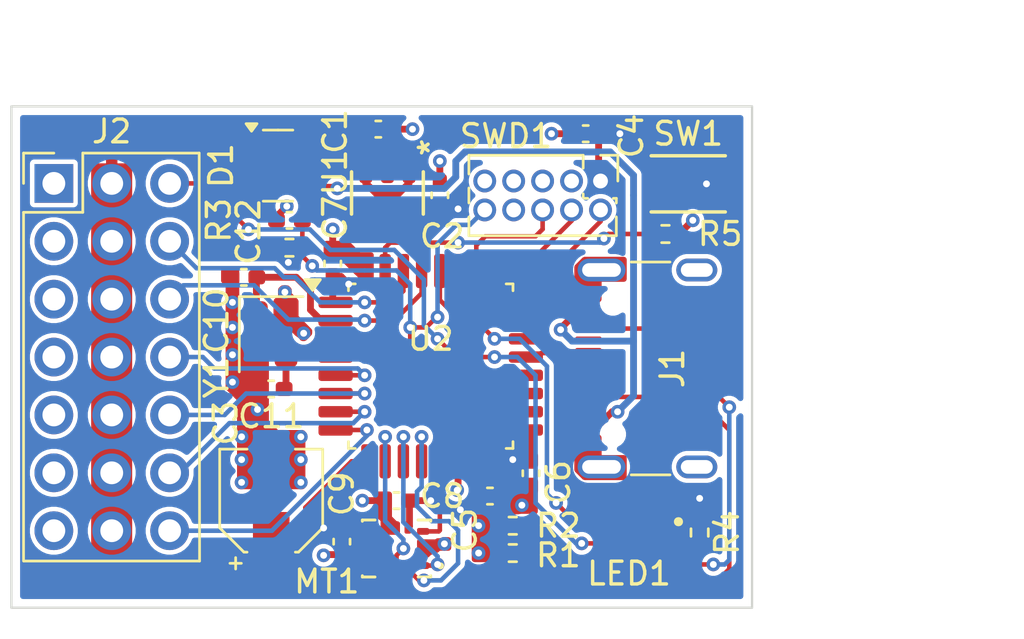
<source format=kicad_pcb>
(kicad_pcb (version 20241229) (generator "pcbnew") (generator_version "9.0")
  (layers (0 "F.Cu" signal) (4 "In1.Cu" signal) (6 "In2.Cu" signal) (2 "B.Cu" signal) (13 "F.Paste" user) (15 "B.Paste" user) (5 "F.SilkS" user "F.Silkscreen") (7 "B.SilkS" user "B.Silkscreen") (1 "F.Mask" user) (3 "B.Mask" user) (25 "Edge.Cuts" user))
  (net 0 "")
  (net 1 "+3.3V")
  (net 2 "GND")
  (net 3 "V_ESC")
  (net 4 "Net-(D1-K)")
  (net 5 "N_RESET")
  (net 6 "Net-(U2-PF0)")
  (net 7 "Net-(U2-PF1)")
  (net 8 "CRSF_RX_To_MCU")
  (net 10 "Net-(J1-CC1)")
  (net 11 "USB_D-")
  (net 12 "Net-(J1-CC2)")
  (net 13 "USB_D+")
  (net 15 "CH2_PWM")
  (net 16 "CH4_PWM")
  (net 17 "CH6_PWM")
  (net 18 "CH5_PWM")
  (net 19 "CH1_PWM")
  (net 20 "CH3_PWM")
  (net 21 "Net-(MT1-AP_CS)")
  (net 22 "IMU_INT")
  (net 23 "Net-(MT1-AP_SDA{slash}AP_SDIO{slash}AP_SDI)")
  (net 24 "Net-(MT1-AP_SCL{slash}AP_SCLK)")
  (net 25 "Net-(MT1-AP_SDO{slash}AP_AD0)")
  (net 27 "Net-(SW1-A)")
  (net 28 "Net-(LED1-A2)")
  (net 29 "STATUS_LED_BLUE")
  (net 30 "STATUS_LED_RED")
  (net 31 "SWD_CLK")
  (net 33 "SWD_SWO")
  (net 34 "SWD_DIO")
  (net 39 "Net-(D1-A-Pad2)")
  (footprint "Resistor_SMD:R_0402_1005Metric_Pad0.72x0.64mm_HandSolder" (layer "F.Cu") (at 150.2 96.2 -90)
    (property "Reference" "R4")
    (property "Value" "68")
  )
  (footprint "Capacitor_SMD:C_0402_1005Metric_Pad0.74x0.62mm_HandSolder" (layer "F.Cu") (at 130.2 85 180)
    (property "Reference" "C10")
    (property "Value" "10p")
  )
  (footprint "Capacitor_SMD:C_0402_1005Metric_Pad0.74x0.62mm_HandSolder" (layer "F.Cu") (at 132.2 82.5 180)
    (property "Reference" "C12")
    (property "Value" "0.1u")
  )
  (footprint "Capacitor_SMD:C_0402_1005Metric_Pad0.74x0.62mm_HandSolder" (layer "F.Cu") (at 136.1 78.5)
    (property "Reference" "C1")
    (property "Value" "0.1u")
  )
  (footprint "Capacitor_SMD:C_0402_1005Metric_Pad0.74x0.62mm_HandSolder" (layer "F.Cu") (at 142.8 93.6 -90)
    (property "Reference" "C6")
    (property "Value" "0.1u")
  )
  (footprint "Capacitor_SMD:C_0402_1005Metric_Pad0.74x0.62mm_HandSolder" (layer "F.Cu") (at 131.4 89.9 180)
    (property "Reference" "C11")
    (property "Value" "10p")
  )
  (footprint "LED_SMD_Custom:LED_APHBM2012QBDSURKC" (layer "F.Cu") (at 147.1 96.2)
    (property "Reference" "LED1")
    (property "Value" "LED_Dual_AKKA")
  )
  (footprint "Crystal_Custom:Crystal_SMD_ECS_ECX_2236-4Pin_2.5x2.0mm" (layer "F.Cu") (at 131.4 87.5 -90)
    (property "Reference" "Y1")
    (property "Value" "Crystal_GND24")
  )
  (footprint "Connector_PinHeader_1.27mm:PinHeader_2x05_P1.27mm_Vertical" (layer "F.Cu") (at 145.85 80.775 -90)
    (property "Reference" "SWD1")
    (property "Value" "Conn_02x05_Odd_Even")
  )
  (footprint "Capacitor_SMD:C_0402_1005Metric_Pad0.74x0.62mm_HandSolder" (layer "F.Cu") (at 134.1 84.4 90)
    (property "Reference" "C7")
    (property "Value" "0.1u")
  )
  (footprint "Connector_PinHeader_2.54mm_Custom:PinHeader_3x07_P2.54mm_Vertical" (layer "F.Cu") (at 121.863 80.88)
    (property "Reference" "J2")
    (property "Value" "Conn_01x21")
  )
  (footprint "Button_Switch_SMD_Custom:R-667995_MIT" (layer "F.Cu") (at 149.7 80.9)
    (property "Reference" "SW1")
    (property "Value" "SW_SPST")
  )
  (footprint "Capacitor_SMD:C_0402_1005Metric_Pad0.74x0.62mm_HandSolder" (layer "F.Cu") (at 141 94.6)
    (property "Reference" "C5")
    (property "Value" "0.1u")
  )
  (footprint "Capacitor_SMD:C_0402_1005Metric_Pad0.74x0.62mm_HandSolder" (layer "F.Cu") (at 145.2 78.7 180)
    (property "Reference" "C4")
    (property "Value" "1u")
  )
  (footprint "Package_QFP:LQFP-32_7x7mm_P0.8mm" (layer "F.Cu") (at 138.4 88.9)
    (property "Reference" "U2")
    (property "Value" "STM32G431KBTx")
  )
  (footprint "Capacitor_SMD:C_0402_1005Metric_Pad0.74x0.62mm_HandSolder" (layer "F.Cu") (at 138.8 81.4 90)
    (property "Reference" "C2")
    (property "Value" "1u")
  )
  (footprint "Resistor_SMD:R_0402_1005Metric_Pad0.72x0.64mm_HandSolder" (layer "F.Cu") (at 142 97.1 180)
    (property "Reference" "R1")
    (property "Value" "5k1")
  )
  (footprint "Resistor_SMD:R_0402_1005Metric_Pad0.72x0.64mm_HandSolder" (layer "F.Cu") (at 142 95.9 180)
    (property "Reference" "R2")
    (property "Value" "5k1")
  )
  (footprint "Package_TO_SOT_SMD_Custom:SOT-25 SMV_TOS" (layer "F.Cu") (at 136.5 81.3 -90)
    (property "Reference" "U1")
    (property "Value" "TCR2EF33_LMCT")
  )
  (footprint "Connector_USB:USB_C_Receptacle_GCT_USB4105-xx-A_16P_TopMnt_Horizontal" (layer "F.Cu") (at 149 89 90)
    (property "Reference" "J1")
    (property "Value" "USB_C_Receptacle_USB2.0_16P")
  )
  (footprint "Package_LGA_Custom:XDCR_ICM-42605" (layer "F.Cu") (at 136.9 96.9 180)
    (property "Reference" "MT1")
    (property "Value" "ICM-42605")
  )
  (footprint "Resistor_SMD:R_0402_1005Metric_Pad0.72x0.64mm_HandSolder" (layer "F.Cu") (at 148.7 83.1)
    (property "Reference" "R5")
    (property "Value" "10k")
  )
  (footprint "Capacitor_SMD:C_0402_1005Metric_Pad0.74x0.62mm_HandSolder" (layer "F.Cu") (at 134.5 96.6 -90)
    (property "Reference" "C9")
    (property "Value" "0.1u")
  )
  (footprint "Resistor_SMD:R_0402_1005Metric_Pad0.72x0.64mm_HandSolder" (layer "F.Cu") (at 132.2 83.7)
    (property "Reference" "R3")
    (property "Value" "10k")
  )
  (footprint "Package_TO_SOT_SMD:SOT-23" (layer "F.Cu") (at 131.7 80.1)
    (property "Reference" "D1")
    (property "Value" "PMEG2005CT,215")
  )
  (footprint "Capacitor_SMD:C_0402_1005Metric_Pad0.74x0.62mm_HandSolder" (layer "F.Cu") (at 136.9 94.8 180)
    (property "Reference" "C8")
    (property "Value" "0.1u")
  )
  (footprint "Capacitor_SMD:CP_Elec_4x5.4" (layer "F.Cu") (at 131.4 94.8 90)
    (property "Reference" "C3")
    (property "Value" "22u")
  )
  (gr_rect (start 120 77.5) (end 152.5 99.5) (stroke (width 0.1)) (fill no) (layer "Edge.Cuts"))
  (segment (start 135.0825 96.0325) (end 135.2 96.15) (width 0.3) (layer "F.Cu") (net 1))
  (segment (start 148 95.725) (end 149.075 95.725) (width 0.3) (layer "F.Cu") (net 1))
  (segment (start 139.8325 95.2) (end 140.4325 94.6) (width 0.3) (layer "F.Cu") (net 1))
  (segment (start 145.7675 78.7) (end 145.7675 80.6925) (width 0.3) (layer "F.Cu") (net 1))
  (segment (start 145.7675 78.7) (end 146.7 78.7) (width 0.3) (layer "F.Cu") (net 1))
  (segment (start 134.1 84.9675) (end 134.1 85.975) (width 0.3) (layer "F.Cu") (net 1))
  (segment (start 131.6025 83.798973) (end 132.151764 84.348236) (width 0.3) (layer "F.Cu") (net 1))
  (segment (start 134.5 96.0325) (end 133.7325 96.0325) (width 0.3) (layer "F.Cu") (net 1))
  (segment (start 135.2 96.15) (end 135.7375 96.15) (width 0.3) (layer "F.Cu") (net 1))
  (segment (start 142.0325 93.0325) (end 142 93) (width 0.3) (layer "F.Cu") (net 1))
  (segment (start 138.8 81.9675) (end 139.5675 81.9675) (width 0.3) (layer "F.Cu") (net 1))
  (segment (start 139.5675 81.9675) (end 139.6 82) (width 0.3) (layer "F.Cu") (net 1))
  (segment (start 137.450001 82.4444) (end 137.9556 82.4444) (width 0.3) (layer "F.Cu") (net 1))
  (segment (start 140.4325 93.1075) (end 140.4325 94.6) (width 0.3) (layer "F.Cu") (net 1))
  (segment (start 134.5 96.0325) (end 135.0825 96.0325) (width 0.3) (layer "F.Cu") (net 1))
  (segment (start 151.3 80.9) (end 150.5 80.9) (width 0.3) (layer "F.Cu") (net 1))
  (segment (start 142.8 93.0325) (end 142.0325 93.0325) (width 0.3) (layer "F.Cu") (net 1))
  (segment (start 145.7675 80.6925) (end 145.85 80.775) (width 0.3) (layer "F.Cu") (net 1))
  (segment (start 137.4675 94.8) (end 138.4 94.8) (width 0.3) (layer "F.Cu") (net 1))
  (segment (start 149.1975 95.6025) (end 150.2 95.6025) (width 0.3) (layer "F.Cu") (net 1))
  (segment (start 131.6025 83.7) (end 131.6025 83.798973) (width 0.3) (layer "F.Cu") (net 1))
  (segment (start 142.8 91.925) (end 142.575 91.7) (width 0.3) (layer "F.Cu") (net 1))
  (segment (start 139.7 95.2) (end 139.8325 95.2) (width 0.3) (layer "F.Cu") (net 1))
  (segment (start 149.075 95.725) (end 149.1975 95.6025) (width 0.3) (layer "F.Cu") (net 1))
  (segment (start 142.8 93.0325) (end 142.8 91.925) (width 0.3) (layer "F.Cu") (net 1))
  (segment (start 134.1 84.9675) (end 134.4675 84.9675) (width 0.3) (layer "F.Cu") (net 1))
  (segment (start 133.7325 96.0325) (end 133.7 96) (width 0.3) (layer "F.Cu") (net 1))
  (segment (start 140.4 93.075) (end 140.4325 93.1075) (width 0.3) (layer "F.Cu") (net 1))
  (segment (start 137.4675 94.8) (end 137.4675 95.92) (width 0.3) (layer "F.Cu") (net 1))
  (segment (start 137.4675 95.92) (end 137.4 95.9875) (width 0.3) (layer "F.Cu") (net 1))
  (segment (start 150.2 95.6025) (end 150.2 94.7) (width 0.3) (layer "F.Cu") (net 1))
  (segment (start 138.4325 81.9675) (end 138.8 81.9675) (width 0.3) (layer "F.Cu") (net 1))
  (segment (start 134.1 85.975) (end 134.225 86.1) (width 0.3) (layer "F.Cu") (net 1))
  (segment (start 134.4675 84.9675) (end 134.8 85.3) (width 0.3) (layer "F.Cu") (net 1))
  (segment (start 137.9556 82.4444) (end 138.4325 81.9675) (width 0.3) (layer "F.Cu") (net 1))
  (segment (start 132.151764 84.348236) (end 132.153527 84.35) (width 0.3) (layer "F.Cu") (net 1))
  (via (at 142 93) (size 0.6) (drill 0.3) (layers "F.Cu" "B.Cu") (net 1))
  (via (at 139.7 95.2) (size 0.6) (drill 0.3) (layers "F.Cu" "B.Cu") (net 1))
  (via (at 134.8 85.3) (size 0.6) (drill 0.3) (layers "F.Cu" "B.Cu") (net 1))
  (via (at 133.7 96) (size 0.6) (drill 0.3) (layers "F.Cu" "B.Cu") (net 1))
  (via (at 146.7 78.7) (size 0.6) (drill 0.3) (layers "F.Cu" "B.Cu") (net 1))
  (via (at 139.6 82) (size 0.6) (drill 0.3) (layers "F.Cu" "B.Cu") (net 1))
  (via (at 138.4 94.8) (size 0.6) (drill 0.3) (layers "F.Cu" "B.Cu") (net 1))
  (via (at 150.2 94.7) (size 0.6) (drill 0.3) (layers "F.Cu" "B.Cu") (net 1))
  (via (at 132.151764 84.348236) (size 0.6) (drill 0.3) (layers "F.Cu" "B.Cu") (net 1))
  (via (at 150.5 80.9) (size 0.6) (drill 0.3) (layers "F.Cu" "B.Cu") (net 1))
  (segment (start 136.6675 79.0325) (end 136.5 79.2) (width 0.3) (layer "F.Cu") (net 2))
  (segment (start 136.6675 78.5) (end 137.6 78.5) (width 0.3) (layer "F.Cu") (net 2))
  (segment (start 149.3 83.1) (end 149.9 82.5) (width 0.3) (layer "F.Cu") (net 2))
  (segment (start 149.2975 83.1) (end 149.3 83.1) (width 0.3) (layer "F.Cu") (net 2))
  (segment (start 134.5 97.1675) (end 133.7325 97.1675) (width 0.3) (layer "F.Cu") (net 2))
  (segment (start 136.3325 94.8) (end 135.4 94.8) (width 0.3) (layer "F.Cu") (net 2))
  (segment (start 131.6325 82.336954) (end 132.085103 81.884351) (width 0.3) (layer "F.Cu") (net 2))
  (segment (start 144.6325 78.7) (end 143.7 78.7) (width 0.3) (layer "F.Cu") (net 2))
  (segment (start 139.6 93.075) (end 139.6 94.300751) (width 0.3) (layer "F.Cu") (net 2))
  (segment (start 134.1 83.8325) (end 134.1 82.9) (width 0.3) (layer "F.Cu") (net 2))
  (segment (start 131.6325 82.5) (end 131.6325 82.336954) (width 0.3) (layer "F.Cu") (net 2))
  (segment (start 139.6 94.300751) (end 139.562133 94.338618) (width 0.3) (layer "F.Cu") (net 2))
  (segment (start 136.6675 78.5) (end 136.6675 79.0325) (width 0.3) (layer "F.Cu") (net 2))
  (segment (start 133.7325 97.1675) (end 133.7 97.2) (width 0.3) (layer "F.Cu") (net 2))
  (segment (start 136.5 79.2) (end 136.5 80.1556) (width 0.3) (layer "F.Cu") (net 2))
  (segment (start 138.8 80.8325) (end 138.8 79.9) (width 0.3) (layer "F.Cu") (net 2))
  (via (at 133.7 97.2) (size 0.6) (drill 0.3) (layers "F.Cu" "B.Cu") (net 2))
  (via (at 140.5 97.1) (size 0.6) (drill 0.3) (layers "F.Cu" "B.Cu") (net 2))
  (via (at 129.7 89.6) (size 0.6) (drill 0.3) (layers "F.Cu" "B.Cu") (net 2))
  (via (at 137.6 78.5) (size 0.6) (drill 0.3) (layers "F.Cu" "B.Cu") (net 2))
  (via (at 132.7 93) (size 0.6) (drill 0.3) (layers "F.Cu" "B.Cu") (net 2))
  (via (at 134.1 82.9) (size 0.6) (drill 0.3) (layers "F.Cu" "B.Cu") (net 2))
  (via (at 132.7 94) (size 0.6) (drill 0.3) (layers "F.Cu" "B.Cu") (net 2))
  (via (at 149.9 82.5) (size 0.6) (drill 0.3) (layers "F.Cu" "B.Cu") (net 2))
  (via (at 129.7 88.4) (size 0.6) (drill 0.3) (layers "F.Cu" "B.Cu") (net 2))
  (via (at 130.8 90.8) (size 0.6) (drill 0.3) (layers "F.Cu" "B.Cu") (net 2))
  (via (at 129.7 87.2) (size 0.6) (drill 0.3) (layers "F.Cu" "B.Cu") (net 2))
  (via (at 130.1 92) (size 0.6) (drill 0.3) (layers "F.Cu" "B.Cu") (net 2))
  (via (at 130.1 94) (size 0.6) (drill 0.3) (layers "F.Cu" "B.Cu") (net 2))
  (via (at 135.4 94.8) (size 0.6) (drill 0.3) (layers "F.Cu" "B.Cu") (net 2))
  (via (at 140.5 95.9) (size 0.6) (drill 0.3) (layers "F.Cu" "B.Cu") (net 2))
  (via (at 132.7 92) (size 0.6) (drill 0.3) (layers "F.Cu" "B.Cu") (net 2))
  (via (at 139.562133 94.338618) (size 0.6) (drill 0.3) (layers "F.Cu" "B.Cu") (net 2))
  (via (at 129.7 86.1) (size 0.6) (drill 0.3) (layers "F.Cu" "B.Cu") (net 2))
  (via (at 143.7 78.7) (size 0.6) (drill 0.3) (layers "F.Cu" "B.Cu") (net 2))
  (via (at 142.4 95) (size 0.6) (drill 0.3) (layers "F.Cu" "B.Cu") (net 2))
  (via (at 139.000001 96.695436) (size 0.6) (drill 0.3) (layers "F.Cu" "B.Cu") (net 2))
  (via (at 138.8 79.9) (size 0.6) (drill 0.3) (layers "F.Cu" "B.Cu") (net 2))
  (via (at 132.824151 87.456609) (size 0.6) (drill 0.3) (layers "F.Cu" "B.Cu") (net 2))
  (via (at 130.1 93) (size 0.6) (drill 0.3) (layers "F.Cu" "B.Cu") (net 2))
  (via (at 132 85.65) (size 0.6) (drill 0.3) (layers "F.Cu" "B.Cu") (net 2))
  (via (at 132.085103 81.884351) (size 0.6) (drill 0.3) (layers "F.Cu" "B.Cu") (net 2))
  (segment (start 124.403 79.597) (end 124.403 80.88) (width 0.5) (layer "F.Cu") (net 3))
  (segment (start 124.85 79.15) (end 124.403 79.597) (width 0.5) (layer "F.Cu") (net 3))
  (segment (start 130.7625 79.15) (end 124.85 79.15) (width 0.5) (layer "F.Cu") (net 3))
  (segment (start 135.494399 80.1) (end 135.549999 80.1556) (width 0.3) (layer "F.Cu") (net 4))
  (segment (start 137.450001 80.1556) (end 137.450001 80.8668) (width 0.3) (layer "F.Cu") (net 4))
  (segment (start 135.5325 78.5) (end 135.5325 80.138101) (width 0.3) (layer "F.Cu") (net 4))
  (segment (start 132.6375 80.1) (end 135.494399 80.1) (width 0.3) (layer "F.Cu") (net 4))
  (segment (start 135.549999 80.866799) (end 135.549999 80.1556) (width 0.3) (layer "F.Cu") (net 4))
  (segment (start 136.999001 81.3178) (end 136.001 81.3178) (width 0.3) (layer "F.Cu") (net 4))
  (segment (start 135.5325 80.138101) (end 135.549999 80.1556) (width 0.3) (layer "F.Cu") (net 4))
  (segment (start 137.450001 80.8668) (end 136.999001 81.3178) (width 0.3) (layer "F.Cu") (net 4))
  (segment (start 136.001 81.3178) (end 135.549999 80.866799) (width 0.3) (layer "F.Cu") (net 4))
  (segment (start 132.7975 84.0975) (end 133.2 84.5) (width 0.2) (layer "F.Cu") (net 5))
  (segment (start 132.7675 82.5) (end 132.7675 83.67) (width 0.2) (layer "F.Cu") (net 5))
  (segment (start 137.5 87.2) (end 137.5 88) (width 0.2) (layer "F.Cu") (net 5))
  (segment (start 138.651473 86.748527) (end 138.2 87.2) (width 0.2) (layer "F.Cu") (net 5))
  (segment (start 132.8675 83.87) (end 132.8975 83.9) (width 0.2) (layer "F.Cu") (net 5))
  (segment (start 137 88.5) (end 134.225 88.5) (width 0.2) (layer "F.Cu") (net 5))
  (segment (start 138.2 87.2) (end 137.5 87.2) (width 0.2) (layer "F.Cu") (net 5))
  (segment (start 138.7 86.748527) (end 138.651473 86.748527) (width 0.2) (layer "F.Cu") (net 5))
  (segment (start 137.5 88) (end 137 88.5) (width 0.2) (layer "F.Cu") (net 5))
  (segment (start 132.7975 83.7) (end 132.7975 84.0975) (width 0.2) (layer "F.Cu") (net 5))
  (via (at 133.2 84.5) (size 0.6) (drill 0.3) (layers "F.Cu" "B.Cu") (net 5))
  (via (at 138.7 86.748527) (size 0.6) (drill 0.3) (layers "F.Cu" "B.Cu") (net 5))
  (via (at 137.5 87.2) (size 0.6) (drill 0.3) (layers "F.Cu" "B.Cu") (net 5))
  (segment (start 137.5 85.3) (end 137.5 87.2) (width 0.2) (layer "B.Cu") (net 5))
  (segment (start 136.9 84.7) (end 137.4 85.2) (width 0.2) (layer "B.Cu") (net 5))
  (segment (start 137.4 85.2) (end 137.5 85.3) (width 0.2) (layer "B.Cu") (net 5))
  (segment (start 133.4 84.7) (end 135.5 84.7) (width 0.2) (layer "B.Cu") (net 5))
  (segment (start 139.525057 82.7) (end 138.7 83.525057) (width 0.2) (layer "B.Cu") (net 5))
  (segment (start 135.5 84.7) (end 136.9 84.7) (width 0.2) (layer "B.Cu") (net 5))
  (segment (start 138.7 83.525057) (end 138.7 86.748527) (width 0.2) (layer "B.Cu") (net 5))
  (segment (start 140.77 82.045) (end 140.115 82.7) (width 0.2) (layer "B.Cu") (net 5))
  (segment (start 139.6 82.7) (end 139.525057 82.7) (width 0.2) (layer "B.Cu") (net 5))
  (segment (start 140.115 82.7) (end 139.6 82.7) (width 0.2) (layer "B.Cu") (net 5))
  (segment (start 133.2 84.5) (end 133.4 84.7) (width 0.2) (layer "B.Cu") (net 5))
  (segment (start 132.5 85) (end 133.124 85.624) (width 0.3) (layer "F.Cu") (net 6))
  (segment (start 130.75 86.65) (end 130.75 85.0175) (width 0.3) (layer "F.Cu") (net 6))
  (segment (start 133.124 86.42563) (end 133.59837 86.9) (width 0.3) (layer "F.Cu") (net 6))
  (segment (start 133.124 85.624) (end 133.124 86.42563) (width 0.3) (layer "F.Cu") (net 6))
  (segment (start 130.75 85.0175) (end 130.7675 85) (width 0.3) (layer "F.Cu") (net 6))
  (segment (start 130.7675 85) (end 132.5 85) (width 0.3) (layer "F.Cu") (net 6))
  (segment (start 133.59837 86.9) (end 134.225 86.9) (width 0.3) (layer "F.Cu") (net 6))
  (segment (start 132.05 88.35) (end 132.05 89.8175) (width 0.3) (layer "F.Cu") (net 7))
  (segment (start 132.85 88.35) (end 133.5 87.7) (width 0.3) (layer "F.Cu") (net 7))
  (segment (start 132.05 89.8175) (end 131.9675 89.9) (width 0.3) (layer "F.Cu") (net 7))
  (segment (start 133.5 87.7) (end 134.225 87.7) (width 0.3) (layer "F.Cu") (net 7))
  (segment (start 132.05 88.35) (end 132.85 88.35) (width 0.3) (layer "F.Cu") (net 7))
  (segment (start 140.3 89.3) (end 142.575 89.3) (width 0.2) (layer "F.Cu") (net 8))
  (segment (start 128.38 80.88) (end 126.943 80.88) (width 0.2) (layer "F.Cu") (net 8))
  (segment (start 138.7 87.7) (end 140.3 89.3) (width 0.2) (layer "F.Cu") (net 8))
  (segment (start 130.4 82.9) (end 128.38 80.88) (width 0.2) (layer "F.Cu") (net 8))
  (via (at 130.4 82.9) (size 0.6) (drill 0.3) (layers "F.Cu" "B.Cu") (net 8))
  (via (at 138.7 87.7) (size 0.6) (drill 0.3) (layers "F.Cu" "B.Cu") (net 8))
  (segment (start 138.1 85.1) (end 138.1 87.1) (width 0.2) (layer "B.Cu") (net 8))
  (segment (start 130.4 82.9) (end 133.1 82.9) (width 0.2) (layer "B.Cu") (net 8))
  (segment (start 134 83.8) (end 136.8 83.8) (width 0.2) (layer "B.Cu") (net 8))
  (segment (start 133.1 82.9) (end 134 83.8) (width 0.2) (layer "B.Cu") (net 8))
  (segment (start 136.8 83.8) (end 138.1 85.1) (width 0.2) (layer "B.Cu") (net 8))
  (segment (start 138.1 87.1) (end 138.7 87.7) (width 0.2) (layer "B.Cu") (net 8))
  (segment (start 150.05 90.25) (end 145.32 90.25) (width 0.2) (layer "F.Cu") (net 10))
  (segment (start 144.9 98.3) (end 151 98.3) (width 0.2) (layer "F.Cu") (net 10))
  (segment (start 143.7 97.1) (end 144.9 98.3) (width 0.2) (layer "F.Cu") (net 10))
  (segment (start 142.5975 97.1) (end 143.7 97.1) (width 0.2) (layer "F.Cu") (net 10))
  (segment (start 151.5 97.8) (end 151.5 91.7) (width 0.2) (layer "F.Cu") (net 10))
  (segment (start 151 98.3) (end 151.5 97.8) (width 0.2) (layer "F.Cu") (net 10))
  (segment (start 151.5 91.7) (end 150.05 90.25) (width 0.2) (layer "F.Cu") (net 10))
  (segment (start 143.606802 88.325) (end 144.006802 88.725) (width 0.2) (layer "F.Cu") (net 11))
  (segment (start 142.575 88.5) (end 143.075 88.5) (width 0.2) (layer "F.Cu") (net 11))
  (segment (start 144.457499 88.75) (end 145.32 88.75) (width 0.2) (layer "F.Cu") (net 11))
  (segment (start 144.006802 89.406802) (end 144.006802 88.725) (width 0.2) (layer "F.Cu") (net 11))
  (segment (start 144.432499 88.725) (end 144.457499 88.75) (width 0.2) (layer "F.Cu") (net 11))
  (segment (start 143.075 88.5) (end 143.25 88.325) (width 0.2) (layer "F.Cu") (net 11))
  (segment (start 145.32 89.75) (end 144.35 89.75) (width 0.2) (layer "F.Cu") (net 11))
  (segment (start 143.25 88.325) (end 143.606802 88.325) (width 0.2) (layer "F.Cu") (net 11))
  (segment (start 144.006802 88.725) (end 144.432499 88.725) (width 0.2) (layer "F.Cu") (net 11))
  (segment (start 144.35 89.75) (end 144.006802 89.406802) (width 0.2) (layer "F.Cu") (net 11))
  (segment (start 145.1 97.6) (end 150.8 97.6) (width 0.2) (layer "F.Cu") (net 12))
  (segment (start 143.4 95.9) (end 145.1 97.6) (width 0.2) (layer "F.Cu") (net 12))
  (segment (start 142.5975 95.9) (end 143.4 95.9) (width 0.2) (layer "F.Cu") (net 12))
  (segment (start 148.05 87.25) (end 145.32 87.25) (width 0.2) (layer "F.Cu") (net 12))
  (segment (start 151.5 90.7) (end 148.05 87.25) (width 0.2) (layer "F.Cu") (net 12))
  (via (at 150.8 97.6) (size 0.6) (drill 0.3) (layers "F.Cu" "B.Cu") (net 12))
  (via (at 151.5 90.7) (size 0.6) (drill 0.3) (layers "F.Cu" "B.Cu") (net 12))
  (segment (start 151.5 97.4) (end 151.5 90.7) (width 0.2) (layer "B.Cu") (net 12))
  (segment (start 150.8 97.6) (end 151.3 97.6) (width 0.2) (layer "B.Cu") (net 12))
  (segment (start 151.3 97.6) (end 151.5 97.4) (width 0.2) (layer "B.Cu") (net 12))
  (segment (start 142.575 87.7) (end 143.075 87.7) (width 0.2) (layer "F.Cu") (net 13))
  (segment (start 146.026824 89.25) (end 145.32 89.25) (width 0.2) (layer "F.Cu") (net 13))
  (segment (start 145.928824 88.25) (end 146.196 88.517176) (width 0.2) (layer "F.Cu") (net 13))
  (segment (start 143.793198 87.875) (end 144.193198 88.275) (width 0.2) (layer "F.Cu") (net 13))
  (segment (start 143.075 87.7) (end 143.25 87.875) (width 0.2) (layer "F.Cu") (net 13))
  (segment (start 144.432499 88.275) (end 144.457499 88.25) (width 0.2) (layer "F.Cu") (net 13))
  (segment (start 144.457499 88.25) (end 145.32 88.25) (width 0.2) (layer "F.Cu") (net 13))
  (segment (start 144.193198 88.275) (end 144.432499 88.275) (width 0.2) (layer "F.Cu") (net 13))
  (segment (start 143.25 87.875) (end 143.793198 87.875) (width 0.2) (layer "F.Cu") (net 13))
  (segment (start 145.32 88.25) (end 145.928824 88.25) (width 0.2) (layer "F.Cu") (net 13))
  (segment (start 146.196 89.080824) (end 146.026824 89.25) (width 0.2) (layer "F.Cu") (net 13))
  (segment (start 146.196 88.517176) (end 146.196 89.080824) (width 0.2) (layer "F.Cu") (net 13))
  (segment (start 138 84.725) (end 138 85.7) (width 0.2) (layer "F.Cu") (net 15))
  (segment (start 138 85.7) (end 137 86.7) (width 0.2) (layer "F.Cu") (net 15))
  (segment (start 137 86.7) (end 136.8 86.9) (width 0.2) (layer "F.Cu") (net 15))
  (segment (start 136.8 86.9) (end 135.5 86.9) (width 0.2) (layer "F.Cu") (net 15))
  (via (at 135.5 86.9) (size 0.6) (drill 0.3) (layers "F.Cu" "B.Cu") (net 15))
  (segment (start 127.552764 85.350236) (end 126.943 85.96) (width 0.2) (layer "B.Cu") (net 15))
  (segment (start 132.155609 86.855609) (end 130.650236 85.350236) (width 0.2) (layer "B.Cu") (net 15))
  (segment (start 135.455609 86.855609) (end 132.155609 86.855609) (width 0.2) (layer "B.Cu") (net 15))
  (segment (start 135.5 86.9) (end 135.455609 86.855609) (width 0.2) (layer "B.Cu") (net 15))
  (segment (start 130.650236 85.350236) (end 127.552764 85.350236) (width 0.2) (layer "B.Cu") (net 15))
  (segment (start 134.225 90.1) (end 135.5 90.1) (width 0.2) (layer "F.Cu") (net 16))
  (via (at 135.5 90.1) (size 0.6) (drill 0.3) (layers "F.Cu" "B.Cu") (net 16))
  (segment (start 130.3 90.1) (end 129.36 91.04) (width 0.2) (layer "B.Cu") (net 16))
  (segment (start 129.36 91.04) (end 126.943 91.04) (width 0.2) (layer "B.Cu") (net 16))
  (segment (start 135.5 90.1) (end 130.3 90.1) (width 0.2) (layer "B.Cu") (net 16))
  (segment (start 134.225 91.7) (end 135.6 91.7) (width 0.2) (layer "F.Cu") (net 17))
  (via (at 135.6 91.7) (size 0.6) (drill 0.3) (layers "F.Cu" "B.Cu") (net 17))
  (segment (start 131.429943 96.12) (end 126.943 96.12) (width 0.2) (layer "B.Cu") (net 17))
  (segment (start 135.6 91.7) (end 135.6 91.949943) (width 0.2) (layer "B.Cu") (net 17))
  (segment (start 135.6 91.949943) (end 131.429943 96.12) (width 0.2) (layer "B.Cu") (net 17))
  (segment (start 134.225 90.9) (end 135.5 90.9) (width 0.2) (layer "F.Cu") (net 18))
  (via (at 135.5 90.9) (size 0.6) (drill 0.3) (layers "F.Cu" "B.Cu") (net 18))
  (segment (start 135 91.4) (end 129.5671 91.4) (width 0.2) (layer "B.Cu") (net 18))
  (segment (start 129.5671 91.4) (end 127.3871 93.58) (width 0.2) (layer "B.Cu") (net 18))
  (segment (start 127.3871 93.58) (end 126.943 93.58) (width 0.2) (layer "B.Cu") (net 18))
  (segment (start 135.5 90.9) (end 135 91.4) (width 0.2) (layer "B.Cu") (net 18))
  (segment (start 137.2 85.6) (end 136.7 86.1) (width 0.2) (layer "F.Cu") (net 19))
  (segment (start 137.2 84.725) (end 137.2 85.6) (width 0.2) (layer "F.Cu") (net 19))
  (segment (start 136.7 86.1) (end 135.5 86.1) (width 0.2) (layer "F.Cu") (net 19))
  (via (at 135.5 86.1) (size 0.6) (drill 0.3) (layers "F.Cu" "B.Cu") (net 19))
  (segment (start 131.553585 84.6) (end 128.123 84.6) (width 0.2) (layer "B.Cu") (net 19))
  (segment (start 128.123 84.6) (end 126.943 83.42) (width 0.2) (layer "B.Cu") (net 19))
  (segment (start 132.451471 85) (end 131.953585 85) (width 0.2) (layer "B.Cu") (net 19))
  (segment (start 131.953585 85) (end 131.553585 84.6) (width 0.2) (layer "B.Cu") (net 19))
  (segment (start 133.551471 86.1) (end 132.451471 85) (width 0.2) (layer "B.Cu") (net 19))
  (segment (start 135.5 86.1) (end 133.551471 86.1) (width 0.2) (layer "B.Cu") (net 19))
  (segment (start 134.225 89.3) (end 135.5 89.3) (width 0.2) (layer "F.Cu") (net 20))
  (via (at 135.5 89.3) (size 0.6) (drill 0.3) (layers "F.Cu" "B.Cu") (net 20))
  (segment (start 135.5 89.3) (end 135.2 89) (width 0.2) (layer "B.Cu") (net 20))
  (segment (start 135.2 89) (end 128.9 89) (width 0.2) (layer "B.Cu") (net 20))
  (segment (start 128.4 88.5) (end 126.943 88.5) (width 0.2) (layer "B.Cu") (net 20))
  (segment (start 128.9 89) (end 128.4 88.5) (width 0.2) (layer "B.Cu") (net 20))
  (segment (start 134.925 93.075) (end 135.6 93.075) (width 0.2) (layer "F.Cu") (net 21))
  (segment (start 136.4 97.8125) (end 136.4 98.2) (width 0.2) (layer "F.Cu") (net 21))
  (segment (start 136.1 98.5) (end 133.6 98.5) (width 0.2) (layer "F.Cu") (net 21))
  (segment (start 132.9 97.8) (end 132.9 95.1) (width 0.2) (layer "F.Cu") (net 21))
  (segment (start 132.9 95.1) (end 134.925 93.075) (width 0.2) (layer "F.Cu") (net 21))
  (segment (start 133.6 98.5) (end 132.9 97.8) (width 0.2) (layer "F.Cu") (net 21))
  (segment (start 136.4 98.2) (end 136.1 98.5) (width 0.2) (layer "F.Cu") (net 21))
  (segment (start 138.75 96.15) (end 138.0625 96.15) (width 0.2) (layer "F.Cu") (net 22))
  (segment (start 139.001 95.048943) (end 138.8 95.249943) (width 0.2) (layer "F.Cu") (net 22))
  (segment (start 138.8 95.249943) (end 138.8 96.1) (width 0.2) (layer "F.Cu") (net 22))
  (segment (start 138.8 96.1) (end 138.75 96.15) (width 0.2) (layer "F.Cu") (net 22))
  (segment (start 139.001 94.551057) (end 139.001 95.048943) (width 0.2) (layer "F.Cu") (net 22))
  (segment (start 138.8 94.350057) (end 139.001 94.551057) (width 0.2) (layer "F.Cu") (net 22))
  (segment (start 138.8 93.075) (end 138.8 94.350057) (width 0.2) (layer "F.Cu") (net 22))
  (segment (start 138 92) (end 138 93.075) (width 0.2) (layer "F.Cu") (net 23))
  (segment (start 137.4 97.8125) (end 137.8875 98.3) (width 0.2) (layer "F.Cu") (net 23))
  (segment (start 137.8875 98.3) (end 138.1 98.3) (width 0.2) (layer "F.Cu") (net 23))
  (via (at 138 92) (size 0.6) (drill 0.3) (layers "F.Cu" "B.Cu") (net 23))
  (via (at 138.1 98.3) (size 0.6) (drill 0.3) (layers "F.Cu" "B.Cu") (net 23))
  (segment (start 138.6 95.7) (end 138.450057 95.7) (width 0.2) (layer "B.Cu") (net 23))
  (segment (start 137.799 94.401) (end 137.9 94.3) (width 0.2) (layer "B.Cu") (net 23))
  (segment (start 138.1 98.3) (end 138.849943 98.3) (width 0.2) (layer "B.Cu") (net 23))
  (segment (start 138.849943 98.3) (end 139.6 97.549943) (width 0.2) (layer "B.Cu") (net 23))
  (segment (start 139.2 95.7) (end 138.6 95.7) (width 0.2) (layer "B.Cu") (net 23))
  (segment (start 137.799 95.048943) (end 137.799 94.401) (width 0.2) (layer "B.Cu") (net 23))
  (segment (start 138 94.2) (end 138 92) (width 0.2) (layer "B.Cu") (net 23))
  (segment (start 139.6 96.1) (end 139.2 95.7) (width 0.2) (layer "B.Cu") (net 23))
  (segment (start 137.9 94.3) (end 138 94.2) (width 0.2) (layer "B.Cu") (net 23))
  (segment (start 138.450057 95.7) (end 137.799 95.048943) (width 0.2) (layer "B.Cu") (net 23))
  (segment (start 139.6 97.549943) (end 139.6 96.1) (width 0.2) (layer "B.Cu") (net 23))
  (segment (start 136.4 92) (end 136.4 93.075) (width 0.2) (layer "F.Cu") (net 24))
  (segment (start 136.9 97.8125) (end 136.9 97.2) (width 0.2) (layer "F.Cu") (net 24))
  (segment (start 136.9 97.2) (end 137.2 96.9) (width 0.2) (layer "F.Cu") (net 24))
  (via (at 136.4 92) (size 0.6) (drill 0.3) (layers "F.Cu" "B.Cu") (net 24))
  (via (at 137.2 96.9) (size 0.6) (drill 0.3) (layers "F.Cu" "B.Cu") (net 24))
  (segment (start 137.2 96.9) (end 137.2 96.5) (width 0.2) (layer "B.Cu") (net 24))
  (segment (start 136.4 95.7) (end 136.4 92) (width 0.2) (layer "B.Cu") (net 24))
  (segment (start 137.2 96.5) (end 136.4 95.7) (width 0.2) (layer "B.Cu") (net 24))
  (segment (start 138.65 97.65) (end 138.7 97.6) (width 0.2) (layer "F.Cu") (net 25))
  (segment (start 138.0625 97.65) (end 138.65 97.65) (width 0.2) (layer "F.Cu") (net 25))
  (segment (start 137.2 92) (end 137.2 93.075) (width 0.2) (layer "F.Cu") (net 25))
  (via (at 137.2 92) (size 0.6) (drill 0.3) (layers "F.Cu" "B.Cu") (net 25))
  (via (at 138.7 97.6) (size 0.6) (drill 0.3) (layers "F.Cu" "B.Cu") (net 25))
  (segment (start 138.7 97.245378) (end 137.2 95.745378) (width 0.2) (layer "B.Cu") (net 25))
  (segment (start 137.2 95.745378) (end 137.2 92) (width 0.2) (layer "B.Cu") (net 25))
  (segment (start 138.7 97.6) (end 138.7 97.245378) (width 0.2) (layer "B.Cu") (net 25))
  (segment (start 136.620702 83.479298) (end 136.4 83.7) (width 0.2) (layer "F.Cu") (net 27))
  (segment (start 148.1025 80.9025) (end 148.1 80.9) (width 0.2) (layer "F.Cu") (net 27))
  (segment (start 136.4 83.7) (end 136.4 84.725) (width 0.2) (layer "F.Cu") (net 27))
  (segment (start 139.6 83.475) (end 139.595702 83.479298) (width 0.2) (layer "F.Cu") (net 27))
  (segment (start 148.1025 83.1) (end 148.1025 80.9025) (width 0.2) (layer "F.Cu") (net 27))
  (segment (start 146 83.3) (end 146.2 83.1) (width 0.2) (layer "F.Cu") (net 27))
  (segment (start 146.2 83.1) (end 148.1025 83.1) (width 0.2) (layer "F.Cu") (net 27))
  (segment (start 139.595702 83.479298) (end 136.620702 83.479298) (width 0.2) (layer "F.Cu") (net 27))
  (via (at 139.6 83.475) (size 0.6) (drill 0.3) (layers "F.Cu" "B.Cu") (net 27))
  (via (at 146 83.3) (size 0.6) (drill 0.3) (layers "F.Cu" "B.Cu") (net 27))
  (segment (start 146 83.3) (end 145.825 83.475) (width 0.2) (layer "B.Cu") (net 27))
  (segment (start 145.825 83.475) (end 139.6 83.475) (width 0.2) (layer "B.Cu") (net 27))
  (segment (start 149.075 96.675) (end 149.2 96.8) (width 0.3) (layer "F.Cu") (net 28))
  (segment (start 149.2025 96.7975) (end 150.2 96.7975) (width 0.3) (layer "F.Cu") (net 28))
  (segment (start 149.2 96.8) (end 149.2025 96.7975) (width 0.3) (layer "F.Cu") (net 28))
  (segment (start 148 96.675) (end 149.075 96.675) (width 0.3) (layer "F.Cu") (net 28))
  (segment (start 143.9 94.9) (end 144.725 95.725) (width 0.2) (layer "F.Cu") (net 29))
  (segment (start 144.725 95.725) (end 146.2 95.725) (width 0.2) (layer "F.Cu") (net 29))
  (segment (start 139.6 86.1) (end 139.6 84.725) (width 0.2) (layer "F.Cu") (net 29))
  (segment (start 141.2 87.7) (end 139.6 86.1) (width 0.2) (layer "F.Cu") (net 29))
  (via (at 141.2 87.7) (size 0.6) (drill 0.3) (layers "F.Cu" "B.Cu") (net 29))
  (via (at 143.9 94.9) (size 0.6) (drill 0.3) (layers "F.Cu" "B.Cu") (net 29))
  (segment (start 143.9 94.9) (end 143.5 94.5) (width 0.2) (layer "B.Cu") (net 29))
  (segment (start 142.3 87.7) (end 141.2 87.7) (width 0.2) (layer "B.Cu") (net 29))
  (segment (start 143.5 88.9) (end 142.3 87.7) (width 0.2) (layer "B.Cu") (net 29))
  (segment (start 143.5 94.5) (end 143.5 88.9) (width 0.2) (layer "B.Cu") (net 29))
  (segment (start 145.024265 96.675735) (end 146.199265 96.675735) (width 0.2) (layer "F.Cu") (net 30))
  (segment (start 138.8 84.725) (end 138.8 85.998584) (width 0.2) (layer "F.Cu") (net 30))
  (segment (start 146.199265 96.675735) (end 146.2 96.675) (width 0.2) (layer "F.Cu") (net 30))
  (segment (start 139.6 87.5) (end 140.6 88.5) (width 0.2) (layer "F.Cu") (net 30))
  (segment (start 139.6 86.798584) (end 139.6 87.5) (width 0.2) (layer "F.Cu") (net 30))
  (segment (start 138.8 85.998584) (end 139.6 86.798584) (width 0.2) (layer "F.Cu") (net 30))
  (segment (start 140.6 88.5) (end 141.2 88.5) (width 0.2) (layer "F.Cu") (net 30))
  (via (at 141.2 88.5) (size 0.6) (drill 0.3) (layers "F.Cu" "B.Cu") (net 30))
  (via (at 145.024265 96.675735) (size 0.6) (drill 0.3) (layers "F.Cu" "B.Cu") (net 30))
  (segment (start 141.2 88.5) (end 142.2 88.5) (width 0.2) (layer "B.Cu") (net 30))
  (segment (start 143 94.9) (end 144.775735 96.675735) (width 0.2) (layer "B.Cu") (net 30))
  (segment (start 142.2 88.5) (end 143 89.3) (width 0.2) (layer "B.Cu") (net 30))
  (segment (start 144.775735 96.675735) (end 145.024265 96.675735) (width 0.2) (layer "B.Cu") (net 30))
  (segment (start 143 89.3) (end 143 94.9) (width 0.2) (layer "B.Cu") (net 30))
  (segment (start 144.58 82.52) (end 142.575 84.525) (width 0.2) (layer "F.Cu") (net 31))
  (segment (start 142.575 84.525) (end 142.575 86.1) (width 0.2) (layer "F.Cu") (net 31))
  (segment (start 144.58 82.045) (end 144.58 82.52) (width 0.2) (layer "F.Cu") (net 31))
  (segment (start 143.31 82.045) (end 143.31 82.89) (width 0.2) (layer "F.Cu") (net 33))
  (segment (start 143 83.2) (end 140.8 83.2) (width 0.2) (layer "F.Cu") (net 33))
  (segment (start 140.8 83.2) (end 140.4 83.6) (width 0.2) (layer "F.Cu") (net 33))
  (segment (start 140.4 83.6) (end 140.4 84.725) (width 0.2) (layer "F.Cu") (net 33))
  (segment (start 143.31 82.89) (end 143 83.2) (width 0.2) (layer "F.Cu") (net 33))
  (segment (start 143.8 86.6) (end 143.5 86.9) (width 0.2) (layer "F.Cu") (net 34))
  (segment (start 143.8 84.6) (end 143.8 86.6) (width 0.2) (layer "F.Cu") (net 34))
  (segment (start 145.85 82.045) (end 145.85 82.55) (width 0.2) (layer "F.Cu") (net 34))
  (segment (start 143.5 86.9) (end 142.575 86.9) (width 0.2) (layer "F.Cu") (net 34))
  (segment (start 145.85 82.55) (end 143.8 84.6) (width 0.2) (layer "F.Cu") (net 34))
  (segment (start 144.745001 86.6) (end 144.1 87.245001) (width 0.3) (layer "F.Cu") (net 39))
  (segment (start 145.32 91.4) (end 145.858281 91.4) (width 0.3) (layer "F.Cu") (net 39))
  (segment (start 145.32 86.6) (end 144.745001 86.6) (width 0.3) (layer "F.Cu") (net 39))
  (segment (start 134.25 81.05) (end 130.7625 81.05) (width 0.3) (layer "F.Cu") (net 39))
  (segment (start 144.1 87.245001) (end 144.1 87.3) (width 0.3) (layer "F.Cu") (net 39))
  (segment (start 134.3 81.1) (end 134.25 81.05) (width 0.3) (layer "F.Cu") (net 39))
  (segment (start 146.358281 90.9) (end 146.6 90.9) (width 0.3) (layer "F.Cu") (net 39))
  (segment (start 145.858281 91.4) (end 146.358281 90.9) (width 0.3) (layer "F.Cu") (net 39))
  (via (at 144.1 87.3) (size 0.6) (drill 0.3) (layers "F.Cu" "B.Cu") (net 39))
  (via (at 146.6 90.9) (size 0.6) (drill 0.3) (layers "F.Cu" "B.Cu") (net 39))
  (via (at 134.3 81.1) (size 0.6) (drill 0.3) (layers "F.Cu" "B.Cu") (net 39))
  (segment (start 147.3 80.523) (end 146.277 79.5) (width 0.3) (layer "B.Cu") (net 39))
  (segment (start 139.9 79.5) (end 139.5 79.9) (width 0.3) (layer "B.Cu") (net 39))
  (segment (start 144.1 87.3) (end 144.6 87.8) (width 0.3) (layer "B.Cu") (net 39))
  (segment (start 146.6 90.9) (end 147.3 90.2) (width 0.3) (layer "B.Cu") (net 39))
  (segment (start 146.277 79.5) (end 139.9 79.5) (width 0.3) (layer "B.Cu") (net 39))
  (segment (start 139.5 79.9) (end 139.5 80.6) (width 0.3) (layer "B.Cu") (net 39))
  (segment (start 147.3 81.4) (end 147.3 80.523) (width 0.3) (layer "B.Cu") (net 39))
  (segment (start 139.5 80.6) (end 139 81.1) (width 0.3) (layer "B.Cu") (net 39))
  (segment (start 147.3 87.8) (end 147.3 81.4) (width 0.3) (layer "B.Cu") (net 39))
  (segment (start 139 81.1) (end 134.3 81.1) (width 0.3) (layer "B.Cu") (net 39))
  (segment (start 147.3 90.2) (end 147.3 87.8) (width 0.3) (layer "B.Cu") (net 39))
  (segment (start 144.6 87.8) (end 147.3 87.8) (width 0.3) (layer "B.Cu") (net 39))
  (zone (net 2) (net_name "GND") (layer "F.Cu") (priority 4) (connect_pads yes (clearance 0.2)) (min_thickness 0.25) (fill yes (thermal_gap 0.5) (thermal_bridge_width 0.5))
    (polygon (pts (xy 137.8 96.5) (xy 138.6 96.5) (xy 138.7 96.4) (xy 139.3 96.4) (xy 139.3 97) (xy 138.8 97) (xy 138.5 97.3) (xy 137.8 97.3)))
  )
  (zone (net 2) (net_name "GND") (layer "F.Cu") (priority 6) (connect_pads yes (clearance 0.2)) (min_thickness 0.25) (fill yes (thermal_gap 0.5) (thermal_bridge_width 0.5))
    (polygon (pts (xy 144.7 91.8) (xy 145.9 91.8) (xy 145.9 92.8) (xy 147 92.8) (xy 147 93.9) (xy 145.1 93.9) (xy 144.7 93.5)))
  )
  (zone (net 2) (net_name "GND") (layer "F.Cu") (priority 11) (connect_pads yes (clearance 0.2)) (min_thickness 0.25) (fill yes (thermal_gap 0.5) (thermal_bridge_width 0.5))
    (polygon (pts (xy 131.7 85.5) (xy 131.9 85.3) (xy 132.1 85.3) (xy 132.3 85.5) (xy 132.3 85.7) (xy 132.6 86) (xy 132.6 86.7) (xy 133.2 87.3) (xy 133.2 87.6) (xy 133 87.8) (xy 132.7 87.8) (xy 132.2 87.3) (xy 131.5 87.3) (xy 131.5 86) (xy 131.7 85.8)))
  )
  (zone (net 2) (net_name "GND") (layer "F.Cu") (priority 5) (connect_pads yes (clearance 0.2)) (min_thickness 0.25) (fill yes (thermal_gap 0.5) (thermal_bridge_width 0.5))
    (polygon (pts (xy 140.9 92.3) (xy 141.5 92.3) (xy 141.5 93.8) (xy 143.1 93.8) (xy 143.1 95.4) (xy 141.8 95.4) (xy 141.8 97.5) (xy 140.2 97.5) (xy 140.2 95.4) (xy 140.9 95.4)))
  )
  (zone (net 2) (net_name "GND") (layer "F.Cu") (priority 2) (connect_pads yes (clearance 0.2)) (min_thickness 0.25) (fill yes (thermal_gap 0.5) (thermal_bridge_width 0.5))
    (polygon (pts (xy 135 96.8) (xy 134.2 96.8) (xy 134.2 97.6) (xy 135.1 97.6) (xy 135.3 97.8) (xy 136 97.8) (xy 136 96.5) (xy 135.3 96.5)))
  )
  (zone (net 2) (net_name "GND") (layer "F.Cu") (priority 9) (connect_pads yes (clearance 0.2)) (min_thickness 0.25) (fill yes (thermal_gap 0.5) (thermal_bridge_width 0.5))
    (polygon (pts (xy 133.7 83.4) (xy 134.8 83.4) (xy 135.3 83.9) (xy 135.9 83.9) (xy 135.9 85.5) (xy 135.3 85.5) (xy 135.3 85.1) (xy 134.4 84.2) (xy 133.7 84.2)))
  )
  (zone (net 2) (net_name "GND") (layer "F.Cu") (priority 7) (connect_pads yes (clearance 0.2)) (min_thickness 0.25) (fill yes (thermal_gap 0.5) (thermal_bridge_width 0.5))
    (polygon (pts (xy 144.7 84.5) (xy 144.7 86.1) (xy 145.9 86.1) (xy 145.9 85.2) (xy 147 85.2) (xy 147 84.1) (xy 145.1 84.1)))
  )
  (zone (net 2) (net_name "GND") (layer "F.Cu") (priority 10) (connect_pads yes (clearance 0.2)) (min_thickness 0.25) (fill yes (thermal_gap 0.5) (thermal_bridge_width 0.5))
    (polygon (pts (xy 132.9 94.3) (xy 129.9 94.3) (xy 129.9 90.4) (xy 129.4 89.9) (xy 129.4 85.4) (xy 129.2 85.2) (xy 129.2 84.6) (xy 130 84.6) (xy 130 87.7) (xy 131.3 87.7) (xy 131.3 91.3) (xy 131.7 91.7) (xy 132.9 91.7)))
  )
  (zone (net 3) (net_name "V_ESC") (layer "F.Cu") (priority 8) (connect_pads yes (clearance 0.2)) (min_thickness 0.25) (fill yes (thermal_gap 0.5) (thermal_bridge_width 0.5))
    (polygon (pts (xy 123.5 98) (xy 123.9 98.4) (xy 131.8 98.4) (xy 132.2 98) (xy 132.2 95.3) (xy 130.6 95.3) (xy 130.6 96.8) (xy 130.2 97.2) (xy 125.7 97.2) (xy 125.3 96.8) (xy 125.3 80) (xy 123.5 80)))
  )
  (zone (net 2) (net_name "GND") (layer "F.Cu") (priority 3) (connect_pads yes (clearance 0.2)) (min_thickness 0.25) (fill yes (thermal_gap 0.5) (thermal_bridge_width 0.5))
    (polygon (pts (xy 135.9 94.4) (xy 136.7 94.4) (xy 136.7 95.5) (xy 136.9 95.7) (xy 137.1 95.7) (xy 137.1 96.3) (xy 136.2 96.3) (xy 136.2 95.7) (xy 135.9 95.4)))
  )
  (zone (net 1) (net_name "+3.3V") (layer "B.Cu") (priority 12) (connect_pads yes (clearance 0.2)) (min_thickness 0.25) (fill yes (thermal_gap 0.5) (thermal_bridge_width 0.5))
    (polygon (pts (xy 119.5 76.9) (xy 153 76.9) (xy 153 99.9) (xy 119.5 99.9)))
  )
)
</source>
